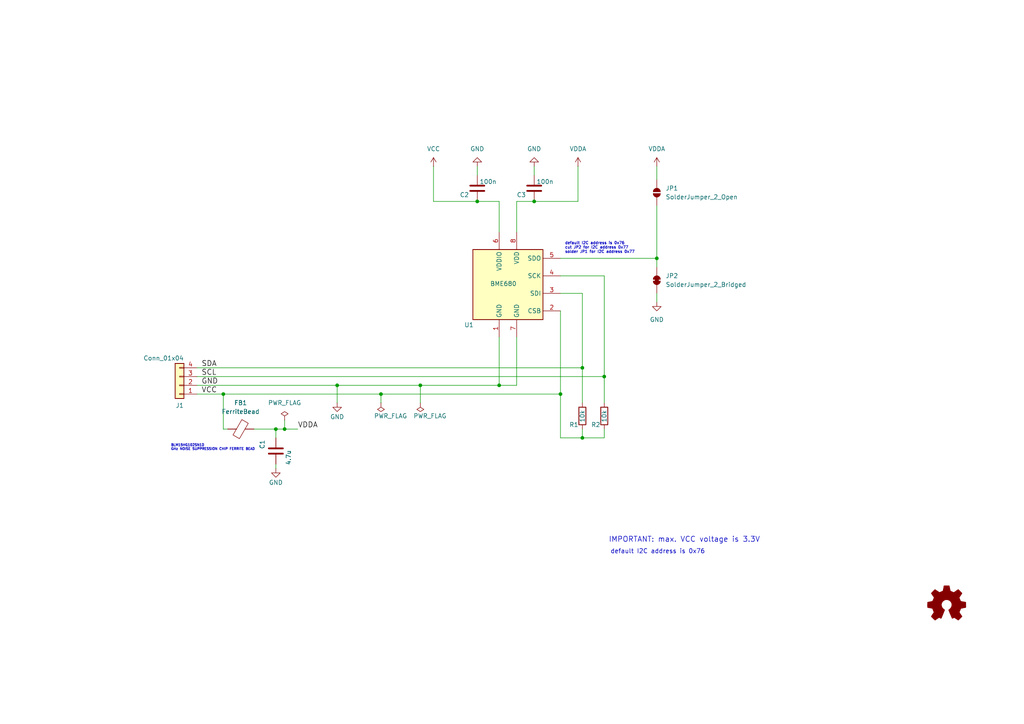
<source format=kicad_sch>
(kicad_sch (version 20231120) (generator "eeschema") (generator_version "8.0")
  (paper "A4")
  (title_block (title "I2C_Module_BME680_small_FUEL4EP") (date "2024-09-29") (rev "1.0") (company "FUEL4EP") (comment 1 "fitting to  HB_Stamp_ATMega1284P_FUEL4EP") (comment 2 "Creative Commons License, non-commercial"))
  (lib_symbols
    (symbol "Connector_Generic:Conn_01x04" (pin_names (offset 1.016) hide)
      (property "Reference" "J" (at 0 5.08 0))
      (property "Value" "Conn_01x04" (at 0 -7.62 0))
      (symbol "Conn_01x04_1_1"
        (rectangle (start -1.27 -4.953) (end 0 -5.207) (stroke (width 0.1524)))
        (rectangle (start -1.27 -2.413) (end 0 -2.667) (stroke (width 0.1524)))
        (rectangle (start -1.27 0.127) (end 0 -0.127) (stroke (width 0.1524)))
        (rectangle (start -1.27 2.667) (end 0 2.413) (stroke (width 0.1524)))
        (rectangle (start -1.27 3.81) (end 1.27 -6.35) (stroke (width 0.254)) (fill (type background)))
        (pin passive line (at -5.08 2.54 0) (length 3.81) (name "Pin_1") (number "1"))
        (pin passive line (at -5.08 0 0) (length 3.81) (name "Pin_2") (number "2"))
        (pin passive line (at -5.08 -2.54 0) (length 3.81) (name "Pin_3") (number "3"))
        (pin passive line (at -5.08 -5.08 0) (length 3.81) (name "Pin_4") (number "4"))
      )
    )
    (symbol "Device:C" (pin_numbers hide) (pin_names (offset 0.254))
      (property "Reference" "C" (at 0.635 2.54 0))
      (property "Value" "C" (at 0.635 -2.54 0))
      (symbol "C_0_1"
        (polyline (pts (xy -2.032 -0.762) (xy 2.032 -0.762)) (stroke (width 0.508)))
        (polyline (pts (xy -2.032 0.762) (xy 2.032 0.762)) (stroke (width 0.508)))
      )
      (symbol "C_1_1"
        (pin passive line (at 0 3.81 270) (length 2.794) (name "~") (number "1"))
        (pin passive line (at 0 -3.81 90) (length 2.794) (name "~") (number "2"))
      )
    )
    (symbol "Device:FerriteBead" (pin_numbers hide) (pin_names (offset 0))
      (property "Reference" "FB" (at -3.81 0.635 90))
      (property "Value" "FerriteBead" (at 3.81 0 90))
      (symbol "FerriteBead_0_1"
        (polyline (pts (xy 0 -1.27) (xy 0 -1.2192)))
        (polyline (pts (xy 0 1.27) (xy 0 1.2954)))
        (polyline (pts (xy -2.7686 0.4064) (xy -1.7018 2.2606) (xy 2.7686 -0.3048) (xy 1.6764 -2.159) (xy -2.7686 0.4064)))
      )
      (symbol "FerriteBead_1_1"
        (pin passive line (at 0 3.81 270) (length 2.54) (name "~") (number "1"))
        (pin passive line (at 0 -3.81 90) (length 2.54) (name "~") (number "2"))
      )
    )
    (symbol "Device:R" (pin_numbers hide) (pin_names (offset 0))
      (property "Reference" "R" (at 2.032 0 90))
      (property "Value" "R" (at 0 0 90))
      (symbol "R_0_1"
        (rectangle (start -1.016 -2.54) (end 1.016 2.54) (stroke (width 0.254)))
      )
      (symbol "R_1_1"
        (pin passive line (at 0 3.81 270) (length 1.27) (name "~") (number "1"))
        (pin passive line (at 0 -3.81 90) (length 1.27) (name "~") (number "2"))
      )
    )
    (symbol "Graphic:Logo_Open_Hardware_Small" (in_bom no) (on_board no)
      (symbol "Logo_Open_Hardware_Small_0_1"
        (polyline (pts (xy 3.3528 -4.3434) (xy 3.302 -4.318) (xy 3.175 -4.2418) (xy 2.9972 -4.1148) (xy 2.7686 -3.9624) (xy 2.54 -3.81) (xy 2.3622 -3.7084) (xy 2.2352 -3.6068) (xy 2.1844 -3.5814) (xy 2.159 -3.6068) (xy 2.0574 -3.6576) (xy 1.905 -3.7338) (xy 1.8034 -3.7846) (xy 1.6764 -3.8354) (xy 1.6002 -3.8354) (xy 1.6002 -3.8354) (xy 1.5494 -3.7338) (xy 1.4732 -3.5306) (xy 1.3462 -3.302) (xy 1.2446 -3.0226) (xy 1.1176 -2.7178) (xy 0.9652 -2.413) (xy 0.8636 -2.1082) (xy 0.7366 -1.8288) (xy 0.6604 -1.6256) (xy 0.6096 -1.4732) (xy 0.5842 -1.397) (xy 0.5842 -1.397) (xy 0.6604 -1.3208) (xy 0.7874 -1.2446) (xy 1.0414 -1.016) (xy 1.2954 -0.6858) (xy 1.4478 -0.3302) (xy 1.524 0.0762) (xy 1.4732 0.4572) (xy 1.3208 0.8128) (xy 1.0668 1.143) (xy 0.762 1.3716) (xy 0.4064 1.524) (xy 0 1.5748) (xy -0.381 1.5494) (xy -0.7366 1.397) (xy -1.0668 1.143) (xy -1.2192 0.9906) (xy -1.397 0.6604) (xy -1.524 0.3048) (xy -1.524 0.2286) (xy -1.4986 -0.1778) (xy -1.397 -0.5334) (xy -1.1938 -0.8636) (xy -0.9144 -1.143) (xy -0.8636 -1.1684) (xy -0.7366 -1.27) (xy -0.635 -1.3462) (xy -0.5842 -1.397) (xy -1.0668 -2.5908) (xy -1.143 -2.794) (xy -1.2954 -3.1242) (xy -1.397 -3.4036) (xy -1.4986 -3.6322) (xy -1.5748 -3.7846) (xy -1.6002 -3.8354) (xy -1.6002 -3.8354) (xy -1.651 -3.8354) (xy -1.7272 -3.81) (xy -1.905 -3.7338) (xy -2.0066 -3.683) (xy -2.1336 -3.6068) (xy -2.2098 -3.5814) (xy -2.2606 -3.6068) (xy -2.3622 -3.683) (xy -2.54 -3.81) (xy -2.7686 -3.9624) (xy -2.9718 -4.0894) (xy -3.1496 -4.2164) (xy -3.302 -4.318) (xy -3.3528 -4.3434) (xy -3.3782 -4.3434) (xy -3.429 -4.318) (xy -3.5306 -4.2164) (xy -3.7084 -4.064) (xy -3.937 -3.8354) (xy -3.9624 -3.81) (xy -4.1656 -3.6068) (xy -4.318 -3.4544) (xy -4.4196 -3.3274) (xy -4.445 -3.2766) (xy -4.445 -3.2766) (xy -4.4196 -3.2258) (xy -4.318 -3.0734) (xy -4.2164 -2.8956) (xy -4.064 -2.667) (xy -3.6576 -2.0828) (xy -3.8862 -1.5494) (xy -3.937 -1.3716) (xy -4.0386 -1.1684) (xy -4.0894 -1.0414) (xy -4.1148 -0.9652) (xy -4.191 -0.9398) (xy -4.318 -0.9144) (xy -4.5466 -0.8636) (xy -4.8006 -0.8128) (xy -5.0546 -0.7874) (xy -5.2578 -0.7366) (xy -5.4356 -0.7112) (xy -5.5118 -0.6858) (xy -5.5118 -0.6858) (xy -5.5372 -0.635) (xy -5.5372 -0.5588) (xy -5.5372 -0.4318) (xy -5.5626 -0.2286) (xy -5.5626 0.0762) (xy -5.5626 0.127) (xy -5.5372 0.4064) (xy -5.5372 0.635) (xy -5.5372 0.762) (xy -5.5372 0.8382) (xy -5.5372 0.8382) (xy -5.461 0.8382) (xy -5.3086 0.889) (xy -5.08 0.9144) (xy -4.826 0.9652) (xy -4.8006 0.9906) (xy -4.5466 1.0414) (xy -4.318 1.0668) (xy -4.1656 1.1176) (xy -4.0894 1.143) (xy -4.0894 1.143) (xy -4.0386 1.2446) (xy -3.9624 1.4224) (xy -3.8608 1.6256) (xy -3.7846 1.8288) (xy -3.7084 2.0066) (xy -3.6576 2.159) (xy -3.6322 2.2098) (xy -3.6322 2.2098) (xy -3.683 2.286) (xy -3.7592 2.413) (xy -3.8862 2.5908) (xy -4.064 2.8194) (xy -4.064 2.8448) (xy -4.2164 3.0734) (xy -4.3434 3.2512) (xy -4.4196 3.3782) (xy -4.445 3.4544) (xy -4.445 3.4544) (xy -4.3942 3.5052) (xy -4.2926 3.6322) (xy -4.1148 3.81) (xy -3.937 4.0132) (xy -3.8608 4.064) (xy -3.6576 4.2926) (xy -3.5052 4.4196) (xy -3.4036 4.4958) (xy -3.3528 4.5212) (xy -3.3528 4.5212) (xy -3.302 4.4704) (xy -3.1496 4.3688) (xy -2.9718 4.2418) (xy -2.7432 4.0894) (xy -2.7178 4.0894) (xy -2.4892 3.937) (xy -2.3114 3.81) (xy -2.1844 3.7084) (xy -2.1336 3.683) (xy -2.1082 3.683) (xy -2.032 3.7084) (xy -1.8542 3.7592) (xy -1.6764 3.8354) (xy -1.4732 3.937) (xy -1.27 4.0132) (xy -1.143 4.064) (xy -1.0668 4.1148) (xy -1.0668 4.1148) (xy -1.0414 4.191) (xy -1.016 4.3434) (xy -0.9652 4.572) (xy -0.9144 4.8514) (xy -0.889 4.9022) (xy -0.8382 5.1562) (xy -0.8128 5.3848) (xy -0.7874 5.5372) (xy -0.762 5.588) (xy -0.7112 5.6134) (xy -0.5842 5.6134) (xy -0.4064 5.6134) (xy -0.1524 5.6134) (xy 0.0762 5.6134) (xy 0.3302 5.6134) (xy 0.5334 5.6134) (xy 0.6858 5.588) (xy 0.7366 5.588) (xy 0.7366 5.588) (xy 0.762 5.5118) (xy 0.8128 5.334) (xy 0.8382 5.1054) (xy 0.9144 4.826) (xy 0.9144 4.7752) (xy 0.9652 4.5212) (xy 1.016 4.2926) (xy 1.0414 4.1402) (xy 1.0668 4.0894) (xy 1.0668 4.0894) (xy 1.1938 4.0386) (xy 1.3716 3.9624) (xy 1.5748 3.8608) (xy 2.0828 3.6576) (xy 2.7178 4.0894) (xy 2.7686 4.1402) (xy 2.9972 4.2926) (xy 3.175 4.4196) (xy 3.302 4.4958) (xy 3.3782 4.5212) (xy 3.3782 4.5212) (xy 3.429 4.4704) (xy 3.556 4.3434) (xy 3.7338 4.191) (xy 3.9116 3.9878) (xy 4.064 3.8354) (xy 4.2418 3.6576) (xy 4.3434 3.556) (xy 4.4196 3.4798) (xy 4.4196 3.429) (xy 4.4196 3.4036) (xy 4.3942 3.3274) (xy 4.2926 3.2004) (xy 4.1656 2.9972) (xy 4.0132 2.794) (xy 3.8862 2.5908) (xy 3.7592 2.3876) (xy 3.6576 2.2352) (xy 3.6322 2.159) (xy 3.6322 2.1336) (xy 3.683 2.0066) (xy 3.7592 1.8288) (xy 3.8608 1.6002) (xy 4.064 1.1176) (xy 4.3942 1.0414) (xy 4.5974 1.016) (xy 4.8768 0.9652) (xy 5.1308 0.9144) (xy 5.5372 0.8382) (xy 5.5626 -0.6604) (xy 5.4864 -0.6858) (xy 5.4356 -0.6858) (xy 5.2832 -0.7366) (xy 5.0546 -0.762) (xy 4.8006 -0.8128) (xy 4.5974 -0.8636) (xy 4.3688 -0.9144) (xy 4.2164 -0.9398) (xy 4.1402 -0.9398) (xy 4.1148 -0.9652) (xy 4.064 -1.0668) (xy 3.9878 -1.2446) (xy 3.9116 -1.4478) (xy 3.81 -1.651) (xy 3.7338 -1.8542) (xy 3.683 -2.0066) (xy 3.6576 -2.0828) (xy 3.683 -2.1336) (xy 3.7846 -2.2606) (xy 3.8862 -2.4638) (xy 4.0386 -2.667) (xy 4.191 -2.8956) (xy 4.318 -3.0734) (xy 4.3942 -3.2004) (xy 4.445 -3.2766) (xy 4.4196 -3.3274) (xy 4.3434 -3.429) (xy 4.1656 -3.5814) (xy 3.937 -3.8354) (xy 3.8862 -3.8608) (xy 3.683 -4.064) (xy 3.5306 -4.2164) (xy 3.4036 -4.318) (xy 3.3528 -4.3434)) (fill (type outline)))
      )
    )
    (symbol "Jumper:SolderJumper_2_Bridged" (pin_numbers hide) (pin_names (offset 0) hide) (exclude_from_sim yes) (in_bom no)
      (property "Reference" "JP" (at 0 2.032 0))
      (property "Value" "SolderJumper_2_Bridged" (at 0 -2.54 0))
      (symbol "SolderJumper_2_Bridged_0_1"
        (rectangle (start -0.508 0.508) (end 0.508 -0.508) (fill (type outline)))
        (arc (start -0.254 1.016) (mid -1.2656 0) (end -0.254 -1.016))
        (arc (start -0.254 1.016) (mid -1.2656 0) (end -0.254 -1.016) (fill (type outline)))
        (polyline (pts (xy -0.254 1.016) (xy -0.254 -1.016)))
        (polyline (pts (xy 0.254 1.016) (xy 0.254 -1.016)))
        (arc (start 0.254 -1.016) (mid 1.2656 0) (end 0.254 1.016))
        (arc (start 0.254 -1.016) (mid 1.2656 0) (end 0.254 1.016) (fill (type outline)))
      )
      (symbol "SolderJumper_2_Bridged_1_1"
        (pin passive line (at -3.81 0 0) (length 2.54) (name "A") (number "1"))
        (pin passive line (at 3.81 0 180) (length 2.54) (name "B") (number "2"))
      )
    )
    (symbol "Jumper:SolderJumper_2_Open" (pin_numbers hide) (pin_names (offset 0) hide) (exclude_from_sim yes) (in_bom no)
      (property "Reference" "JP" (at 0 2.032 0))
      (property "Value" "SolderJumper_2_Open" (at 0 -2.54 0))
      (symbol "SolderJumper_2_Open_0_1"
        (arc (start -0.254 1.016) (mid -1.2656 0) (end -0.254 -1.016))
        (arc (start -0.254 1.016) (mid -1.2656 0) (end -0.254 -1.016) (fill (type outline)))
        (polyline (pts (xy -0.254 1.016) (xy -0.254 -1.016)))
        (polyline (pts (xy 0.254 1.016) (xy 0.254 -1.016)))
        (arc (start 0.254 -1.016) (mid 1.2656 0) (end 0.254 1.016))
        (arc (start 0.254 -1.016) (mid 1.2656 0) (end 0.254 1.016) (fill (type outline)))
      )
      (symbol "SolderJumper_2_Open_1_1"
        (pin passive line (at -3.81 0 0) (length 2.54) (name "A") (number "1"))
        (pin passive line (at 3.81 0 180) (length 2.54) (name "B") (number "2"))
      )
    )
    (symbol "Sensor:BME680"
      (property "Reference" "U" (at -8.89 11.43 0))
      (property "Value" "BME680" (at 7.62 11.43 0))
      (symbol "BME680_0_1"
        (rectangle (start -10.16 10.16) (end 10.16 -10.16) (stroke (width 0.254)) (fill (type background)))
      )
      (symbol "BME680_1_1"
        (pin power_in line (at -2.54 -15.24 90) (length 5.08) (name "GND") (number "1"))
        (pin input line (at 15.24 -7.62 180) (length 5.08) (name "CSB") (number "2"))
        (pin bidirectional line (at 15.24 -2.54 180) (length 5.08) (name "SDI") (number "3"))
        (pin input line (at 15.24 2.54 180) (length 5.08) (name "SCK") (number "4"))
        (pin bidirectional line (at 15.24 7.62 180) (length 5.08) (name "SDO") (number "5"))
        (pin power_in line (at -2.54 15.24 270) (length 5.08) (name "VDDIO") (number "6"))
        (pin power_in line (at 2.54 -15.24 90) (length 5.08) (name "GND") (number "7"))
        (pin power_in line (at 2.54 15.24 270) (length 5.08) (name "VDD") (number "8"))
      )
    )
    (symbol "power:GND" (power) (pin_numbers hide) (pin_names (offset 0) hide)
      (property "Value" "GND" (at 0 -3.81 0))
      (symbol "GND_0_1"
        (polyline (pts (xy 0 0) (xy 0 -1.27) (xy 1.27 -1.27) (xy 0 -2.54) (xy -1.27 -1.27) (xy 0 -1.27)))
      )
      (symbol "GND_1_1"
        (pin power_in line (at 0 0 270) (length 0) (name "~") (number "1"))
      )
    )
    (symbol "power:PWR_FLAG" (power) (pin_numbers hide) (pin_names (offset 0) hide)
      (property "Value" "PWR_FLAG" (at 0 3.81 0))
      (symbol "PWR_FLAG_0_0"
        (pin power_out line (at 0 0 90) (length 0) (name "~") (number "1"))
      )
      (symbol "PWR_FLAG_0_1"
        (polyline (pts (xy 0 0) (xy 0 1.27) (xy -1.016 1.905) (xy 0 2.54) (xy 1.016 1.905) (xy 0 1.27)))
      )
    )
    (symbol "power:VCC" (power) (pin_numbers hide) (pin_names (offset 0) hide)
      (property "Value" "VCC" (at 0 3.556 0))
      (symbol "VCC_0_1"
        (polyline (pts (xy -0.762 1.27) (xy 0 2.54)))
        (polyline (pts (xy 0 0) (xy 0 2.54)))
        (polyline (pts (xy 0 2.54) (xy 0.762 1.27)))
      )
      (symbol "VCC_1_1"
        (pin power_in line (at 0 0 90) (length 0) (name "~") (number "1"))
      )
    )
    (symbol "power:VDDA" (power) (pin_numbers hide) (pin_names (offset 0) hide)
      (property "Value" "VDDA" (at 0 3.556 0))
      (symbol "VDDA_0_1"
        (polyline (pts (xy -0.762 1.27) (xy 0 2.54)))
        (polyline (pts (xy 0 0) (xy 0 2.54)))
        (polyline (pts (xy 0 2.54) (xy 0.762 1.27)))
      )
      (symbol "VDDA_1_1"
        (pin power_in line (at 0 0 90) (length 0) (name "~") (number "1"))
      )
    )
  )
  (junction (at 175.26 109.22))
  (junction (at 64.77 114.3))
  (junction (at 162.56 114.3))
  (junction (at 138.43 58.42))
  (junction (at 168.91 127))
  (junction (at 80.01 124.46))
  (junction (at 97.79 111.76))
  (junction (at 154.94 58.42))
  (junction (at 168.91 106.68))
  (junction (at 121.92 111.76))
  (junction (at 144.78 111.76))
  (junction (at 82.55 124.46))
  (junction (at 190.5 74.93))
  (junction (at 110.49 114.3))
  (wire (pts (xy 168.91 85.09) (xy 168.91 106.68)))
  (wire (pts (xy 57.15 109.22) (xy 175.26 109.22)))
  (wire (pts (xy 125.73 48.26) (xy 125.73 58.42)))
  (wire (pts (xy 97.79 111.76) (xy 121.92 111.76)))
  (wire (pts (xy 149.86 67.31) (xy 149.86 58.42)))
  (wire (pts (xy 190.5 48.26) (xy 190.5 52.07)))
  (wire (pts (xy 175.26 80.01) (xy 175.26 109.22)))
  (wire (pts (xy 190.5 59.69) (xy 190.5 74.93)))
  (wire (pts (xy 162.56 127) (xy 162.56 114.3)))
  (wire (pts (xy 162.56 85.09) (xy 168.91 85.09)))
  (wire (pts (xy 57.15 106.68) (xy 168.91 106.68)))
  (wire (pts (xy 86.36 124.46) (xy 82.55 124.46)))
  (wire (pts (xy 97.79 111.76) (xy 97.79 116.84)))
  (wire (pts (xy 110.49 114.3) (xy 162.56 114.3)))
  (wire (pts (xy 121.92 111.76) (xy 144.78 111.76)))
  (wire (pts (xy 168.91 127) (xy 162.56 127)))
  (wire (pts (xy 175.26 124.46) (xy 175.26 127)))
  (wire (pts (xy 110.49 116.84) (xy 110.49 114.3)))
  (wire (pts (xy 80.01 134.62) (xy 80.01 135.89)))
  (wire (pts (xy 138.43 48.26) (xy 138.43 50.8)))
  (wire (pts (xy 82.55 124.46) (xy 80.01 124.46)))
  (wire (pts (xy 149.86 97.79) (xy 149.86 111.76)))
  (wire (pts (xy 82.55 121.92) (xy 82.55 124.46)))
  (wire (pts (xy 162.56 90.17) (xy 162.56 114.3)))
  (wire (pts (xy 80.01 124.46) (xy 80.01 127)))
  (wire (pts (xy 162.56 74.93) (xy 190.5 74.93)))
  (wire (pts (xy 168.91 106.68) (xy 168.91 116.84)))
  (wire (pts (xy 64.77 114.3) (xy 110.49 114.3)))
  (wire (pts (xy 149.86 58.42) (xy 154.94 58.42)))
  (wire (pts (xy 154.94 48.26) (xy 154.94 50.8)))
  (wire (pts (xy 144.78 111.76) (xy 149.86 111.76)))
  (wire (pts (xy 57.15 114.3) (xy 64.77 114.3)))
  (wire (pts (xy 138.43 58.42) (xy 144.78 58.42)))
  (wire (pts (xy 64.77 124.46) (xy 66.04 124.46)))
  (wire (pts (xy 190.5 85.09) (xy 190.5 87.63)))
  (wire (pts (xy 175.26 109.22) (xy 175.26 116.84)))
  (wire (pts (xy 57.15 111.76) (xy 97.79 111.76)))
  (wire (pts (xy 154.94 58.42) (xy 167.64 58.42)))
  (wire (pts (xy 175.26 127) (xy 168.91 127)))
  (wire (pts (xy 73.66 124.46) (xy 80.01 124.46)))
  (wire (pts (xy 167.64 48.26) (xy 167.64 58.42)))
  (wire (pts (xy 144.78 67.31) (xy 144.78 58.42)))
  (wire (pts (xy 144.78 97.79) (xy 144.78 111.76)))
  (wire (pts (xy 168.91 124.46) (xy 168.91 127)))
  (wire (pts (xy 121.92 111.76) (xy 121.92 116.84)))
  (wire (pts (xy 64.77 114.3) (xy 64.77 124.46)))
  (wire (pts (xy 162.56 80.01) (xy 175.26 80.01)))
  (wire (pts (xy 125.73 58.42) (xy 138.43 58.42)))
  (wire (pts (xy 190.5 74.93) (xy 190.5 77.47)))
  (text "cut JP2 for I2C address 0x77\n" (at 163.83 72.39 0) (effects (font (size 0.8 0.8)) (justify left bottom)))
  (text "default I2C address is 0x76\n" (at 177.038 160.782 0) (effects (font (size 1.27 1.27)) (justify left bottom)))
  (text "IMPORTANT: max. VCC voltage is 3.3V" (at 176.53 157.48 0) (effects (font (size 1.524 1.524)) (justify left bottom)))
  (text "default I2C address is 0x76\n" (at 163.83 71.12 0) (effects (font (size 0.8 0.8)) (justify left bottom)))
  (text "solder JP1 for I2C address 0x77\n" (at 163.83 73.66 0) (effects (font (size 0.8 0.8)) (justify left bottom)))
  (text "BLM15HG102SN1D\nGHz NOISE SUPPRESSION CHIP FERRITE BEAD" (at 49.53 130.81 0) (effects (font (size 0.7 0.7)) (justify left bottom)))
  (label "VCC" (at 58.42 114.3 0) (effects (font (size 1.524 1.524))))
  (label "SCL" (at 58.42 109.22 0) (effects (font (size 1.524 1.524))))
  (label "GND" (at 58.42 111.76 0) (effects (font (size 1.524 1.524))))
  (label "VDDA" (at 86.36 124.46 0) (effects (font (size 1.524 1.524))))
  (label "SDA" (at 58.42 106.68 0) (effects (font (size 1.524 1.524))))
  (symbol (lib_id "Connector_Generic:Conn_01x04") (at 52.07 111.76 180) (unit 1)
    (property "Reference" "J1" (at 53.34 117.602 0) (effects (justify left)))
    (property "Value" "Conn_01x04" (at 53.34 103.886 0) (effects (justify left)))
    (property "Footprint" "Connector_PinHeader_2.54mm:PinHeader_1x04_P2.54mm_Vertical" (effects (hide yes)))
    (property "Description" "Generic connector, single row, 01x04, script generated (kicad-library-utils/schlib/autogen/connector/)" (effects (hide yes)))
  )
  (symbol (lib_id "Graphic:Logo_Open_Hardware_Small") (at 274.574 175.514 0) (unit 1)
    (property "Reference" "LOGO1" (effects (hide yes)))
    (property "Value" "Logo_Open_Hardware_Small" (effects (hide yes)))
    (property "Footprint" "FUEL4EP:CC-BY-ND-SA" (effects (hide yes)))
    (property "Description" "Open Hardware logo, small" (effects (hide yes)))
  )
  (symbol (lib_id "Device:R") (at 168.91 120.65 0) (unit 1)
    (property "Reference" "R1" (at 165.1 123.19 0) (effects (justify left)))
    (property "Value" "10k" (at 168.91 122.555 90) (effects (justify left)))
    (property "Footprint" "Resistor_SMD:R_0402_1005Metric" (effects (hide yes)))
    (property "Description" "Resistor" (effects (hide yes)))
    (property "LCSC" "C25744" (effects (hide yes)))
    (property "TYPE" "0402" (effects (hide yes)))
  )
  (symbol (lib_id "Sensor:BME680") (at 147.32 82.55 0) (unit 1)
    (property "Reference" "U1" (at 137.414 94.234 0) (effects (justify right)))
    (property "Value" "BME680" (at 149.86 82.296 0) (effects (justify right)))
    (property "Footprint" "Package_LGA:Bosch_LGA-8_3x3mm_P0.8mm_ClockwisePinNumbering" (effects (hide yes)))
    (property "Datasheet" "https://ae-bst.resource.bosch.com/media/_tech/media/datasheets/BST-BME680-DS001.pdf" (effects (hide yes)))
    (property "LCSC" "C125972" (effects (hide yes)))
    (property "TYPE" "LGA-8" (effects (hide yes)))
  )
  (symbol (lib_id "Device:FerriteBead") (at 69.85 124.46 90) (unit 1)
    (property "Reference" "FB1" (at 69.7992 116.84 90))
    (property "Value" "FerriteBead" (at 69.7992 119.38 90))
    (property "Footprint" "Inductor_SMD:L_0402_1005Metric" (effects (hide yes)))
    (property "Description" "Ferrite bead" (effects (hide yes)))
    (property "LCSC" "C76889" (effects (hide yes)))
    (property "TYPE" "0402" (effects (hide yes)))
  )
  (symbol (lib_id "Device:C") (at 154.94 54.61 0) (unit 1)
    (property "Reference" "C3" (at 149.86 56.515 0) (effects (justify left)))
    (property "Value" "100n" (at 155.575 52.705 0) (effects (justify left)))
    (property "Footprint" "Capacitor_SMD:C_0603_1608Metric" (effects (hide yes)))
    (property "LCSC" "C14663" (effects (hide yes)))
    (property "TYPE" "0603" (effects (hide yes)))
  )
  (symbol (lib_id "power:VCC") (at 125.73 48.26 0) (unit 1)
    (property "Reference" "#PWR03" (effects (hide yes)))
    (property "Value" "VCC" (at 125.73 43.18 0))
  )
  (symbol (lib_id "power:GND") (at 154.94 48.26 180) (unit 1)
    (property "Reference" "#PWR05" (effects (hide yes)))
    (property "Value" "GND" (at 154.94 43.18 0))
  )
  (symbol (lib_id "power:GND") (at 97.79 116.84 0) (unit 1)
    (property "Reference" "#PWR02" (effects (hide yes)))
    (property "Value" "GND" (at 97.79 120.904 0))
    (property "Description" "Power symbol creates a global label with name \"GND\" , ground" (effects (hide yes)))
  )
  (symbol (lib_id "power:PWR_FLAG") (at 82.55 121.92 0) (unit 1)
    (property "Reference" "#FLG01" (effects (hide yes)))
    (property "Value" "PWR_FLAG" (at 82.55 116.84 0))
    (property "Description" "Special symbol for telling ERC where power comes from" (effects (hide yes)))
  )
  (symbol (lib_id "power:VDDA") (at 167.64 48.26 0) (unit 1)
    (property "Reference" "#PWR06" (effects (hide yes)))
    (property "Value" "VDDA" (at 167.64 43.18 0))
  )
  (symbol (lib_id "Device:C") (at 138.43 54.61 0) (unit 1)
    (property "Reference" "C2" (at 133.35 56.515 0) (effects (justify left)))
    (property "Value" "100n" (at 139.065 52.705 0) (effects (justify left)))
    (property "Footprint" "Capacitor_SMD:C_0603_1608Metric" (effects (hide yes)))
    (property "LCSC" "C14663" (effects (hide yes)))
    (property "TYPE" "0603" (effects (hide yes)))
  )
  (symbol (lib_id "power:PWR_FLAG") (at 110.49 116.84 180) (unit 1)
    (property "Reference" "#FLG02" (effects (hide yes)))
    (property "Value" "PWR_FLAG" (at 108.458 120.65 0) (effects (justify right)))
    (property "Description" "Special symbol for telling ERC where power comes from" (effects (hide yes)))
  )
  (symbol (lib_id "Device:C") (at 80.01 130.81 0) (unit 1)
    (property "Reference" "C1" (at 76.073 128.905 90))
    (property "Value" "4.7u" (at 83.693 132.715 90))
    (property "Footprint" "Capacitor_SMD:C_0603_1608Metric" (effects (hide yes)))
    (property "Description" "Unpolarized capacitor" (effects (hide yes)))
    (property "LCSC" "C19666" (effects (hide yes)))
    (property "TYPE" "0603" (effects (hide yes)))
  )
  (symbol (lib_id "power:GND") (at 138.43 48.26 180) (unit 1)
    (property "Reference" "#PWR04" (effects (hide yes)))
    (property "Value" "GND" (at 138.43 43.18 0))
  )
  (symbol (lib_id "power:GND") (at 80.01 135.89 0) (unit 1)
    (property "Reference" "#PWR01" (effects (hide yes)))
    (property "Value" "GND" (at 80.01 139.954 0))
    (property "Description" "Power symbol creates a global label with name \"GND\" , ground" (effects (hide yes)))
  )
  (symbol (lib_id "Jumper:SolderJumper_2_Open") (at 190.5 55.88 90) (unit 1)
    (property "Reference" "JP1" (at 193.04 54.61 90) (effects (justify right)))
    (property "Value" "SolderJumper_2_Open" (at 193.04 57.15 90) (effects (justify right)))
    (property "Footprint" "Jumper:SolderJumper-2_P1.3mm_Open_Pad1.0x1.5mm" (effects (hide yes)))
  )
  (symbol (lib_id "power:PWR_FLAG") (at 121.92 116.84 180) (unit 1)
    (property "Reference" "#FLG03" (effects (hide yes)))
    (property "Value" "PWR_FLAG" (at 119.888 120.65 0) (effects (justify right)))
    (property "Description" "Special symbol for telling ERC where power comes from" (effects (hide yes)))
  )
  (symbol (lib_id "power:GND") (at 190.5 87.63 0) (unit 1)
    (property "Reference" "#PWR08" (effects (hide yes)))
    (property "Value" "GND" (at 190.5 92.71 0))
  )
  (symbol (lib_id "power:VDDA") (at 190.5 48.26 0) (unit 1)
    (property "Reference" "#PWR07" (effects (hide yes)))
    (property "Value" "VDDA" (at 190.5 43.18 0))
  )
  (symbol (lib_id "Jumper:SolderJumper_2_Bridged") (at 190.5 81.28 90) (unit 1)
    (property "Reference" "JP2" (at 193.04 80.0099 90) (effects (justify right)))
    (property "Value" "SolderJumper_2_Bridged" (at 193.04 82.5499 90) (effects (justify right)))
    (property "Footprint" "Jumper:SolderJumper-2_P1.3mm_Bridged_Pad1.0x1.5mm" (effects (hide yes)))
  )
  (symbol (lib_id "Device:R") (at 175.26 120.65 0) (unit 1)
    (property "Reference" "R2" (at 171.45 123.19 0) (effects (justify left)))
    (property "Value" "10k" (at 175.26 122.555 90) (effects (justify left)))
    (property "Footprint" "Resistor_SMD:R_0402_1005Metric" (effects (hide yes)))
    (property "Description" "Resistor" (effects (hide yes)))
    (property "LCSC" "C25744" (effects (hide yes)))
    (property "TYPE" "0402" (effects (hide yes)))
  )
)
</source>
